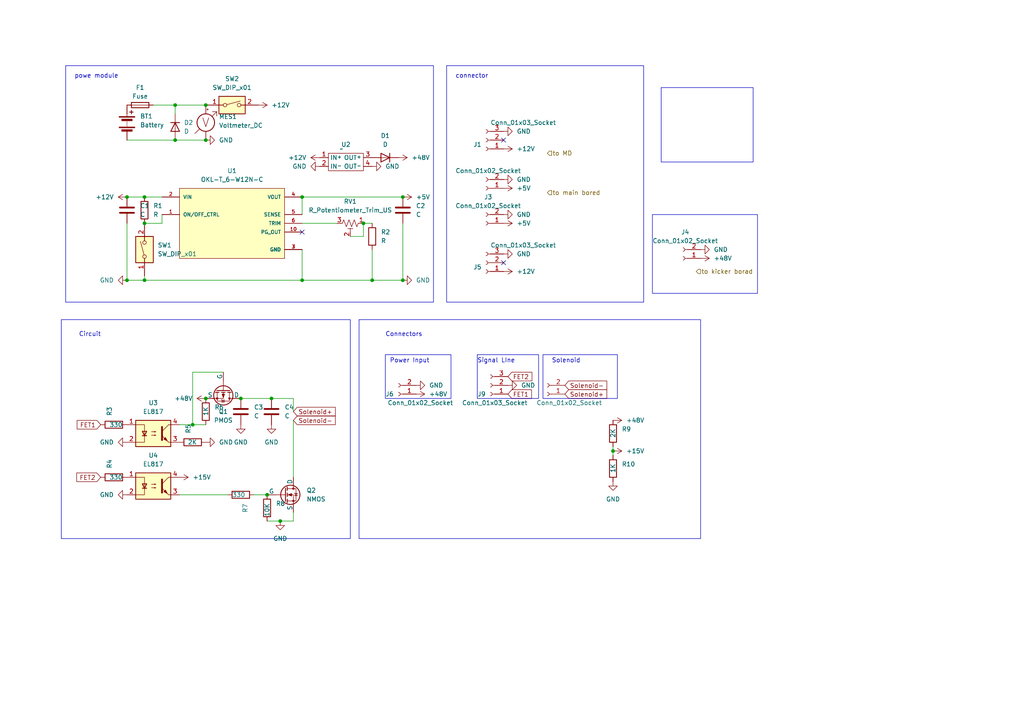
<source format=kicad_sch>
(kicad_sch (version 20230121) (generator eeschema)
  (paper "A4")
  (lib_symbols
    (symbol "Connector:Conn_01x02_Socket" (pin_names (offset 1.016) hide)
      (property "Reference" "J" (at 0 2.54 0))
      (property "Value" "Conn_01x02_Socket" (at 0 -5.08 0))
      (symbol "Conn_01x02_Socket_1_1"
        (arc (start 0 -2.032) (mid -0.5058 -2.54) (end 0 -3.048) (stroke (width 0.1524)))
        (polyline (pts (xy -1.27 -2.54) (xy -0.508 -2.54)) (stroke (width 0.1524)))
        (polyline (pts (xy -1.27 0) (xy -0.508 0)) (stroke (width 0.1524)))
        (arc (start 0 0.508) (mid -0.5058 0) (end 0 -0.508) (stroke (width 0.1524)))
        (pin passive line (at -5.08 0 0) (length 3.81) (name "Pin_1") (number "1"))
        (pin passive line (at -5.08 -2.54 0) (length 3.81) (name "Pin_2") (number "2"))
      )
    )
    (symbol "Connector:Conn_01x03_Socket" (pin_names (offset 1.016) hide)
      (property "Reference" "J" (at 0 5.08 0))
      (property "Value" "Conn_01x03_Socket" (at 0 -5.08 0))
      (symbol "Conn_01x03_Socket_1_1"
        (arc (start 0 -2.032) (mid -0.5058 -2.54) (end 0 -3.048) (stroke (width 0.1524)))
        (polyline (pts (xy -1.27 -2.54) (xy -0.508 -2.54)) (stroke (width 0.1524)))
        (polyline (pts (xy -1.27 0) (xy -0.508 0)) (stroke (width 0.1524)))
        (polyline (pts (xy -1.27 2.54) (xy -0.508 2.54)) (stroke (width 0.1524)))
        (arc (start 0 0.508) (mid -0.5058 0) (end 0 -0.508) (stroke (width 0.1524)))
        (arc (start 0 3.048) (mid -0.5058 2.54) (end 0 2.032) (stroke (width 0.1524)))
        (pin passive line (at -5.08 2.54 0) (length 3.81) (name "Pin_1") (number "1"))
        (pin passive line (at -5.08 0 0) (length 3.81) (name "Pin_2") (number "2"))
        (pin passive line (at -5.08 -2.54 0) (length 3.81) (name "Pin_3") (number "3"))
      )
    )
    (symbol "Device:Battery" (pin_numbers hide) (pin_names (offset 0) hide)
      (property "Reference" "BT" (at 2.54 2.54 0))
      (property "Value" "Battery" (at 2.54 0 0))
      (symbol "Battery_0_1"
        (rectangle (start -2.286 -1.27) (end 2.286 -1.524) (fill (type outline)))
        (rectangle (start -2.286 1.778) (end 2.286 1.524) (fill (type outline)))
        (rectangle (start -1.524 -2.032) (end 1.524 -2.54) (fill (type outline)))
        (rectangle (start -1.524 1.016) (end 1.524 0.508) (fill (type outline)))
        (polyline (pts (xy 0 -1.016) (xy 0 -0.762)))
        (polyline (pts (xy 0 -0.508) (xy 0 -0.254)))
        (polyline (pts (xy 0 0) (xy 0 0.254)))
        (polyline (pts (xy 0 1.778) (xy 0 2.54)))
        (polyline (pts (xy 0.762 3.048) (xy 1.778 3.048)) (stroke (width 0.254)))
        (polyline (pts (xy 1.27 3.556) (xy 1.27 2.54)) (stroke (width 0.254)))
      )
      (symbol "Battery_1_1"
        (pin passive line (at 0 5.08 270) (length 2.54) (name "+") (number "1"))
        (pin passive line (at 0 -5.08 90) (length 2.54) (name "-") (number "2"))
      )
    )
    (symbol "Device:C" (pin_numbers hide) (pin_names (offset 0.254))
      (property "Reference" "C" (at 0.635 2.54 0))
      (property "Value" "C" (at 0.635 -2.54 0))
      (symbol "C_0_1"
        (polyline (pts (xy -2.032 -0.762) (xy 2.032 -0.762)) (stroke (width 0.508)))
        (polyline (pts (xy -2.032 0.762) (xy 2.032 0.762)) (stroke (width 0.508)))
      )
      (symbol "C_1_1"
        (pin passive line (at 0 3.81 270) (length 2.794) (name "~") (number "1"))
        (pin passive line (at 0 -3.81 90) (length 2.794) (name "~") (number "2"))
      )
    )
    (symbol "Device:D" (pin_numbers hide) (pin_names (offset 1.016) hide)
      (property "Reference" "D" (at 0 2.54 0))
      (property "Value" "D" (at 0 -2.54 0))
      (symbol "D_0_1"
        (polyline (pts (xy -1.27 1.27) (xy -1.27 -1.27)) (stroke (width 0.254)))
        (polyline (pts (xy 1.27 0) (xy -1.27 0)))
        (polyline (pts (xy 1.27 1.27) (xy 1.27 -1.27) (xy -1.27 0) (xy 1.27 1.27)) (stroke (width 0.254)))
      )
      (symbol "D_1_1"
        (pin passive line (at -3.81 0 0) (length 2.54) (name "K") (number "1"))
        (pin passive line (at 3.81 0 180) (length 2.54) (name "A") (number "2"))
      )
    )
    (symbol "Device:Fuse" (pin_numbers hide) (pin_names (offset 0))
      (property "Reference" "F" (at 2.032 0 90))
      (property "Value" "Fuse" (at -1.905 0 90))
      (symbol "Fuse_0_1"
        (rectangle (start -0.762 -2.54) (end 0.762 2.54) (stroke (width 0.254)))
        (polyline (pts (xy 0 2.54) (xy 0 -2.54)))
      )
      (symbol "Fuse_1_1"
        (pin passive line (at 0 3.81 270) (length 1.27) (name "~") (number "1"))
        (pin passive line (at 0 -3.81 90) (length 1.27) (name "~") (number "2"))
      )
    )
    (symbol "Device:R" (pin_numbers hide) (pin_names (offset 0))
      (property "Reference" "R" (at 2.032 0 90))
      (property "Value" "R" (at 0 0 90))
      (symbol "R_0_1"
        (rectangle (start -1.016 -2.54) (end 1.016 2.54) (stroke (width 0.254)))
      )
      (symbol "R_1_1"
        (pin passive line (at 0 3.81 270) (length 1.27) (name "~") (number "1"))
        (pin passive line (at 0 -3.81 90) (length 1.27) (name "~") (number "2"))
      )
    )
    (symbol "Device:R_Potentiometer_Trim_US" (pin_names (offset 1.016) hide)
      (property "Reference" "RV" (at -4.445 0 90))
      (property "Value" "R_Potentiometer_Trim_US" (at -2.54 0 90))
      (symbol "R_Potentiometer_Trim_US_0_1"
        (polyline (pts (xy 0 -2.286) (xy 0 -2.54)))
        (polyline (pts (xy 0 2.286) (xy 0 2.54)))
        (polyline (pts (xy 1.524 0.762) (xy 1.524 -0.762)))
        (polyline (pts (xy 2.54 0) (xy 1.524 0)))
        (polyline (pts (xy 0 -0.762) (xy 1.016 -1.143) (xy 0 -1.524) (xy -1.016 -1.905) (xy 0 -2.286)))
        (polyline (pts (xy 0 0.762) (xy 1.016 0.381) (xy 0 0) (xy -1.016 -0.381) (xy 0 -0.762)))
        (polyline (pts (xy 0 2.286) (xy 1.016 1.905) (xy 0 1.524) (xy -1.016 1.143) (xy 0 0.762)))
      )
      (symbol "R_Potentiometer_Trim_US_1_1"
        (pin passive line (at 0 3.81 270) (length 1.27) (name "1") (number "1"))
        (pin passive line (at 3.81 0 180) (length 1.27) (name "2") (number "2"))
        (pin passive line (at 0 -3.81 90) (length 1.27) (name "3") (number "3"))
      )
    )
    (symbol "Device:Voltmeter_DC" (pin_numbers hide) (pin_names (offset 0.0254) hide)
      (property "Reference" "MES" (at -3.302 1.016 0))
      (property "Value" "Voltmeter_DC" (at -3.302 -0.762 0))
      (symbol "Voltmeter_DC_0_0"
        (polyline (pts (xy -3.175 -3.175) (xy -1.905 -1.905)))
        (polyline (pts (xy 1.905 1.905) (xy 3.175 3.175)))
        (polyline (pts (xy 1.905 3.175) (xy 3.175 3.175) (xy 3.175 1.905)))
        (text "V" (at 0 0 0) (effects (font (size 2.54 2.54))))
      )
      (symbol "Voltmeter_DC_0_1"
        (polyline (pts (xy 0.254 3.81) (xy 0.762 3.81)))
        (polyline (pts (xy 0.508 4.064) (xy 0.508 3.556)))
        (circle (center 0 0) (radius 2.54) (stroke (width 0.254)))
      )
      (symbol "Voltmeter_DC_1_1"
        (pin passive line (at 0 -5.08 90) (length 2.54) (name "-") (number "1"))
        (pin passive line (at 0 5.08 270) (length 2.54) (name "+") (number "2"))
      )
    )
    (symbol "Isolator:EL817" (pin_names (offset 1.016))
      (property "Reference" "U" (at -5.08 5.08 0))
      (property "Value" "EL817" (at 0 5.08 0))
      (symbol "EL817_0_1"
        (rectangle (start -5.08 3.81) (end 5.08 -3.81) (stroke (width 0.254)) (fill (type background)))
        (polyline (pts (xy -3.175 -0.635) (xy -1.905 -0.635)) (stroke (width 0.254)))
        (polyline (pts (xy 2.54 0.635) (xy 4.445 2.54)))
        (polyline (pts (xy 4.445 -2.54) (xy 2.54 -0.635)) (fill (type outline)))
        (polyline (pts (xy 4.445 -2.54) (xy 5.08 -2.54)))
        (polyline (pts (xy 4.445 2.54) (xy 5.08 2.54)))
        (polyline (pts (xy -5.08 2.54) (xy -2.54 2.54) (xy -2.54 -0.635)))
        (polyline (pts (xy -2.54 -0.635) (xy -2.54 -2.54) (xy -5.08 -2.54)))
        (polyline (pts (xy 2.54 1.905) (xy 2.54 -1.905) (xy 2.54 -1.905)) (stroke (width 0.508)))
        (polyline (pts (xy -2.54 -0.635) (xy -3.175 0.635) (xy -1.905 0.635) (xy -2.54 -0.635)) (stroke (width 0.254)))
        (polyline (pts (xy -0.508 -0.508) (xy 0.762 -0.508) (xy 0.381 -0.635) (xy 0.381 -0.381) (xy 0.762 -0.508)))
        (polyline (pts (xy -0.508 0.508) (xy 0.762 0.508) (xy 0.381 0.381) (xy 0.381 0.635) (xy 0.762 0.508)))
        (polyline (pts (xy 3.048 -1.651) (xy 3.556 -1.143) (xy 4.064 -2.159) (xy 3.048 -1.651) (xy 3.048 -1.651)) (fill (type outline)))
      )
      (symbol "EL817_1_1"
        (pin passive line (at -7.62 2.54 0) (length 2.54) (name "~") (number "1"))
        (pin passive line (at -7.62 -2.54 0) (length 2.54) (name "~") (number "2"))
        (pin passive line (at 7.62 -2.54 180) (length 2.54) (name "~") (number "3"))
        (pin passive line (at 7.62 2.54 180) (length 2.54) (name "~") (number "4"))
      )
    )
    (symbol "OKL-T_6-W12N-C:OKL-T_6-W12N-C" (pin_names (offset 1.016))
      (property "Reference" "U" (at -15.24 10.922 0))
      (property "Value" "OKL-T_6-W12N-C" (at -15.24 -12.7 0))
      (symbol "OKL-T_6-W12N-C_0_0"
        (rectangle (start -15.24 -10.16) (end 15.24 10.16) (stroke (width 0.1524)) (fill (type background)))
        (pin input line (at -20.32 2.54 0) (length 5.08) (name "ON/OFF_CTRL") (number "1"))
        (pin output line (at 20.32 -2.54 180) (length 5.08) (name "PG_OUT") (number "10"))
        (pin input line (at -20.32 7.62 0) (length 5.08) (name "VIN") (number "2"))
        (pin power_in line (at 20.32 -7.62 180) (length 5.08) (name "GND") (number "3"))
        (pin output line (at 20.32 7.62 180) (length 5.08) (name "VOUT") (number "4"))
        (pin input line (at 20.32 2.54 180) (length 5.08) (name "SENSE") (number "5"))
        (pin input line (at 20.32 0 180) (length 5.08) (name "TRIM") (number "6"))
        (pin power_in line (at 20.32 -7.62 180) (length 5.08) (name "GND") (number "7"))
      )
    )
    (symbol "Simulation_SPICE:NMOS" (pin_numbers hide) (pin_names (offset 0))
      (property "Reference" "Q" (at 5.08 1.27 0))
      (property "Value" "NMOS" (at 5.08 -1.27 0))
      (symbol "NMOS_0_1"
        (polyline (pts (xy 0.254 0) (xy -2.54 0)))
        (polyline (pts (xy 0.254 1.905) (xy 0.254 -1.905)) (stroke (width 0.254)))
        (polyline (pts (xy 0.762 -1.27) (xy 0.762 -2.286)) (stroke (width 0.254)))
        (polyline (pts (xy 0.762 0.508) (xy 0.762 -0.508)) (stroke (width 0.254)))
        (polyline (pts (xy 0.762 2.286) (xy 0.762 1.27)) (stroke (width 0.254)))
        (polyline (pts (xy 2.54 2.54) (xy 2.54 1.778)))
        (polyline (pts (xy 2.54 -2.54) (xy 2.54 0) (xy 0.762 0)))
        (polyline (pts (xy 0.762 -1.778) (xy 3.302 -1.778) (xy 3.302 1.778) (xy 0.762 1.778)))
        (polyline (pts (xy 1.016 0) (xy 2.032 0.381) (xy 2.032 -0.381) (xy 1.016 0)) (fill (type outline)))
        (polyline (pts (xy 2.794 0.508) (xy 2.921 0.381) (xy 3.683 0.381) (xy 3.81 0.254)))
        (polyline (pts (xy 3.302 0.381) (xy 2.921 -0.254) (xy 3.683 -0.254) (xy 3.302 0.381)))
        (circle (center 1.651 0) (radius 2.794) (stroke (width 0.254)))
        (circle (center 2.54 -1.778) (radius 0.254) (fill (type outline)))
        (circle (center 2.54 1.778) (radius 0.254) (fill (type outline)))
      )
      (symbol "NMOS_1_1"
        (pin passive line (at 2.54 5.08 270) (length 2.54) (name "D") (number "1"))
        (pin input line (at -5.08 0 0) (length 2.54) (name "G") (number "2"))
        (pin passive line (at 2.54 -5.08 90) (length 2.54) (name "S") (number "3"))
      )
    )
    (symbol "Simulation_SPICE:PMOS" (pin_numbers hide) (pin_names (offset 0))
      (property "Reference" "Q" (at 5.08 1.27 0))
      (property "Value" "PMOS" (at 5.08 -1.27 0))
      (symbol "PMOS_0_1"
        (polyline (pts (xy 0.254 0) (xy -2.54 0)))
        (polyline (pts (xy 0.254 1.905) (xy 0.254 -1.905)) (stroke (width 0.254)))
        (polyline (pts (xy 0.762 -1.27) (xy 0.762 -2.286)) (stroke (width 0.254)))
        (polyline (pts (xy 0.762 0.508) (xy 0.762 -0.508)) (stroke (width 0.254)))
        (polyline (pts (xy 0.762 2.286) (xy 0.762 1.27)) (stroke (width 0.254)))
        (polyline (pts (xy 2.54 2.54) (xy 2.54 1.778)))
        (polyline (pts (xy 2.54 -2.54) (xy 2.54 0) (xy 0.762 0)))
        (polyline (pts (xy 0.762 1.778) (xy 3.302 1.778) (xy 3.302 -1.778) (xy 0.762 -1.778)))
        (polyline (pts (xy 2.286 0) (xy 1.27 0.381) (xy 1.27 -0.381) (xy 2.286 0)) (fill (type outline)))
        (polyline (pts (xy 2.794 -0.508) (xy 2.921 -0.381) (xy 3.683 -0.381) (xy 3.81 -0.254)))
        (polyline (pts (xy 3.302 -0.381) (xy 2.921 0.254) (xy 3.683 0.254) (xy 3.302 -0.381)))
        (circle (center 1.651 0) (radius 2.794) (stroke (width 0.254)))
        (circle (center 2.54 -1.778) (radius 0.254) (fill (type outline)))
        (circle (center 2.54 1.778) (radius 0.254) (fill (type outline)))
      )
      (symbol "PMOS_1_1"
        (pin passive line (at 2.54 5.08 270) (length 2.54) (name "D") (number "1"))
        (pin input line (at -5.08 0 0) (length 2.54) (name "G") (number "2"))
        (pin passive line (at 2.54 -5.08 90) (length 2.54) (name "S") (number "3"))
      )
    )
    (symbol "Switch:SW_DIP_x01" (pin_names (offset 0) hide)
      (property "Reference" "SW" (at 0 3.81 0))
      (property "Value" "SW_DIP_x01" (at 0 -3.81 0))
      (symbol "SW_DIP_x01_0_0"
        (circle (center -2.032 0) (radius 0.508))
        (polyline (pts (xy -1.524 0.127) (xy 2.3622 1.1684)))
        (circle (center 2.032 0) (radius 0.508))
      )
      (symbol "SW_DIP_x01_0_1"
        (rectangle (start -3.81 2.54) (end 3.81 -2.54) (stroke (width 0.254)) (fill (type background)))
      )
      (symbol "SW_DIP_x01_1_1"
        (pin passive line (at -7.62 0 0) (length 5.08) (name "~") (number "1"))
        (pin passive line (at 7.62 0 180) (length 5.08) (name "~") (number "2"))
      )
    )
    (symbol "XL6009:XL6009"
      (property "Reference" "U" (at 0 0 0))
      (symbol "XL6009_0_1"
        (rectangle (start -3.81 -1.27) (end 6.35 -6.35))
      )
      (symbol "XL6009_1_1"
        (pin input line (at -6.35 -2.54 0) (length 2.54) (name "IN＋") (number "1"))
        (pin input line (at -6.35 -5.08 0) (length 2.54) (name "IN－") (number "2"))
        (pin input line (at 8.89 -2.54 180) (length 2.54) (name "OUT＋") (number "3"))
        (pin input line (at 8.89 -5.08 180) (length 2.54) (name "OUT－") (number "4"))
      )
    )
    (symbol "power:+12V" (power) (pin_names (offset 0))
      (property "Value" "+12V" (at 0 3.556 0))
      (symbol "+12V_0_1"
        (polyline (pts (xy -0.762 1.27) (xy 0 2.54)))
        (polyline (pts (xy 0 0) (xy 0 2.54)))
        (polyline (pts (xy 0 2.54) (xy 0.762 1.27)))
      )
      (symbol "+12V_1_1"
        (pin power_in line (at 0 0 90) (length 0) hide (name "+12V") (number "1"))
      )
    )
    (symbol "power:+15V" (power) (pin_names (offset 0))
      (property "Value" "+15V" (at 0 3.556 0))
      (symbol "+15V_0_1"
        (polyline (pts (xy -0.762 1.27) (xy 0 2.54)))
        (polyline (pts (xy 0 0) (xy 0 2.54)))
        (polyline (pts (xy 0 2.54) (xy 0.762 1.27)))
      )
      (symbol "+15V_1_1"
        (pin power_in line (at 0 0 90) (length 0) hide (name "+15V") (number "1"))
      )
    )
    (symbol "power:+48V" (power) (pin_names (offset 0))
      (property "Value" "+48V" (at 0 3.556 0))
      (symbol "+48V_0_1"
        (polyline (pts (xy -0.762 1.27) (xy 0 2.54)))
        (polyline (pts (xy 0 0) (xy 0 2.54)))
        (polyline (pts (xy 0 2.54) (xy 0.762 1.27)))
      )
      (symbol "+48V_1_1"
        (pin power_in line (at 0 0 90) (length 0) hide (name "+48V") (number "1"))
      )
    )
    (symbol "power:+5V" (power) (pin_names (offset 0))
      (property "Value" "+5V" (at 0 3.556 0))
      (symbol "+5V_0_1"
        (polyline (pts (xy -0.762 1.27) (xy 0 2.54)))
        (polyline (pts (xy 0 0) (xy 0 2.54)))
        (polyline (pts (xy 0 2.54) (xy 0.762 1.27)))
      )
      (symbol "+5V_1_1"
        (pin power_in line (at 0 0 90) (length 0) hide (name "+5V") (number "1"))
      )
    )
    (symbol "power:GND" (power) (pin_names (offset 0))
      (property "Value" "GND" (at 0 -3.81 0))
      (symbol "GND_0_1"
        (polyline (pts (xy 0 0) (xy 0 -1.27) (xy 1.27 -1.27) (xy 0 -2.54) (xy -1.27 -1.27) (xy 0 -1.27)))
      )
      (symbol "GND_1_1"
        (pin power_in line (at 0 0 270) (length 0) hide (name "GND") (number "1"))
      )
    )
  )
  (junction (at 87.63 81.28))
  (junction (at 177.8 130.81))
  (junction (at 41.91 57.15))
  (junction (at 116.84 81.28))
  (junction (at 116.84 57.15))
  (junction (at 36.83 81.28))
  (junction (at 107.95 81.28))
  (junction (at 81.28 151.13))
  (junction (at 59.69 40.64))
  (junction (at 105.41 64.77))
  (junction (at 77.47 143.51))
  (junction (at 69.85 115.57))
  (junction (at 36.83 57.15))
  (junction (at 78.74 115.57))
  (junction (at 59.69 30.48))
  (junction (at 50.8 40.64))
  (junction (at 41.91 64.77))
  (junction (at 41.91 81.28))
  (junction (at 87.63 57.15))
  (junction (at 50.8 30.48))
  (junction (at 55.88 123.19))
  (junction (at 59.69 115.57))
  (no_connect (at 146.05 76.2))
  (no_connect (at 87.63 67.31))
  (no_connect (at 146.05 40.64))
  (wire (pts (xy 55.88 123.19) (xy 55.88 107.95)))
  (wire (pts (xy 85.09 119.38) (xy 85.09 115.57)))
  (wire (pts (xy 52.07 143.51) (xy 66.04 143.51)))
  (wire (pts (xy 116.84 81.28) (xy 107.95 81.28)))
  (wire (pts (xy 107.95 64.77) (xy 105.41 64.77)))
  (wire (pts (xy 41.91 57.15) (xy 46.99 57.15)))
  (wire (pts (xy 87.63 64.77) (xy 97.79 64.77)))
  (wire (pts (xy 107.95 81.28) (xy 107.95 72.39)))
  (wire (pts (xy 55.88 123.19) (xy 59.69 123.19)))
  (wire (pts (xy 73.66 143.51) (xy 77.47 143.51)))
  (wire (pts (xy 50.8 30.48) (xy 59.69 30.48)))
  (wire (pts (xy 177.8 129.54) (xy 177.8 130.81)))
  (wire (pts (xy 41.91 81.28) (xy 41.91 80.01)))
  (wire (pts (xy 52.07 123.19) (xy 55.88 123.19)))
  (wire (pts (xy 36.83 57.15) (xy 41.91 57.15)))
  (wire (pts (xy 101.6 68.58) (xy 105.41 68.58)))
  (wire (pts (xy 36.83 40.64) (xy 50.8 40.64)))
  (wire (pts (xy 81.28 151.13) (xy 77.47 151.13)))
  (wire (pts (xy 87.63 72.39) (xy 87.63 81.28)))
  (wire (pts (xy 85.09 148.59) (xy 85.09 151.13)))
  (wire (pts (xy 85.09 138.43) (xy 85.09 121.92)))
  (wire (pts (xy 69.85 115.57) (xy 78.74 115.57)))
  (wire (pts (xy 105.41 68.58) (xy 105.41 64.77)))
  (wire (pts (xy 87.63 57.15) (xy 87.63 62.23)))
  (wire (pts (xy 50.8 40.64) (xy 59.69 40.64)))
  (wire (pts (xy 85.09 115.57) (xy 78.74 115.57)))
  (wire (pts (xy 116.84 64.77) (xy 116.84 81.28)))
  (wire (pts (xy 46.99 62.23) (xy 46.99 64.77)))
  (wire (pts (xy 46.99 64.77) (xy 41.91 64.77)))
  (wire (pts (xy 87.63 81.28) (xy 107.95 81.28)))
  (wire (pts (xy 177.8 130.81) (xy 177.8 132.08)))
  (wire (pts (xy 116.84 57.15) (xy 87.63 57.15)))
  (wire (pts (xy 50.8 30.48) (xy 44.45 30.48)))
  (wire (pts (xy 55.88 107.95) (xy 64.77 107.95)))
  (wire (pts (xy 36.83 64.77) (xy 36.83 81.28)))
  (wire (pts (xy 50.8 30.48) (xy 50.8 33.02)))
  (wire (pts (xy 81.28 151.13) (xy 85.09 151.13)))
  (wire (pts (xy 36.83 81.28) (xy 41.91 81.28)))
  (wire (pts (xy 87.63 81.28) (xy 41.91 81.28)))
  (rectangle (start 189.23 62.23) (end 219.71 85.09))
  (rectangle (start 138.43 102.87) (end 156.21 115.57))
  (rectangle (start 17.78 92.71) (end 101.6 156.21))
  (rectangle (start 191.77 25.4) (end 218.44 46.99))
  (rectangle (start 111.76 102.87) (end 130.81 115.57))
  (rectangle (start 157.48 102.87) (end 179.07 115.57))
  (rectangle (start 104.14 92.71) (end 203.2 156.21))
  (rectangle (start 129.54 19.05) (end 186.69 87.63))
  (rectangle (start 19.05 19.05) (end 125.73 87.63))
  (text "Signal LIne\n" (at 138.43 105.41 0) (effects (font (size 1.27 1.27)) (justify left bottom)))
  (text "Solenoid\n" (at 160.02 105.41 0) (effects (font (size 1.27 1.27)) (justify left bottom)))
  (text "powe module\n" (at 21.59 22.86 0) (effects (font (size 1.27 1.27)) (justify left bottom)))
  (text "connector\n" (at 132.08 22.86 0) (effects (font (size 1.27 1.27)) (justify left bottom)))
  (text "Connectors" (at 111.76 97.79 0) (effects (font (size 1.27 1.27)) (justify left bottom)))
  (text "Circuit\n" (at 22.86 97.79 0) (effects (font (size 1.27 1.27)) (justify left bottom)))
  (text "Power Input" (at 113.03 105.41 0) (effects (font (size 1.27 1.27)) (justify left bottom)))
  (global_label "FET1" (shape input) (at 147.32 114.3 0) (property "Intersheetrefs" "${INTERSHEET_REFS}" (effects hide)))
  (global_label "Solenoid+" (shape input) (at 163.83 114.3 0) (property "Intersheetrefs" "${INTERSHEET_REFS}" (effects hide)))
  (global_label "FET1" (shape input) (at 29.21 123.19 180) (property "Intersheetrefs" "${INTERSHEET_REFS}" (effects hide)))
  (global_label "FET２" (shape input) (at 29.21 138.43 180) (property "Intersheetrefs" "${INTERSHEET_REFS}" (effects hide)))
  (global_label "FET２" (shape input) (at 147.32 109.22 0) (property "Intersheetrefs" "${INTERSHEET_REFS}" (effects hide)))
  (global_label "Solenoid-" (shape input) (at 163.83 111.76 0) (property "Intersheetrefs" "${INTERSHEET_REFS}" (effects hide)))
  (global_label "Solenoid-" (shape input) (at 85.09 121.92 0) (property "Intersheetrefs" "${INTERSHEET_REFS}" (effects hide)))
  (global_label "Solenoid+" (shape input) (at 85.09 119.38 0) (property "Intersheetrefs" "${INTERSHEET_REFS}" (effects hide)))
  (hierarchical_label "to MD" (shape input) (at 158.75 44.45 0))
  (hierarchical_label "to kicker borad" (shape input) (at 201.93 78.74 0))
  (hierarchical_label "to main bored" (shape input) (at 158.75 55.88 0))
  (symbol (lib_id "power:+5V") (at 116.84 57.15 270) (unit 1)
    (property "Reference" "#PWR07" (effects hide))
    (property "Value" "+5V" (at 120.65 57.15 90) (effects (justify left)))
  )
  (symbol (lib_id "Simulation_SPICE:PMOS") (at 64.77 113.03 270) (unit 1)
    (property "Reference" "Q1" (at 64.77 119.38 90))
    (property "Value" "PMOS" (at 64.77 121.92 90))
    (property "Footprint" "K15A20D:K15A20D" (effects hide))
    (property "Datasheet" "https://ngspice.sourceforge.io/docs/ngspice-manual.pdf" (effects hide))
    (property "Sim.Device" "PMOS" (effects hide))
    (property "Sim.Type" "VDMOS" (effects hide))
    (property "Sim.Pins" "1=D 2=G 3=S" (effects hide))
  )
  (symbol (lib_id "Device:C") (at 69.85 119.38 0) (unit 1)
    (property "Reference" "C3" (at 73.66 118.11 0) (effects (justify left)))
    (property "Value" "C" (at 73.66 120.65 0) (effects (justify left)))
    (property "Footprint" "Connector_JST:JST_XH_B2B-XH-A_1x02_P2.50mm_Vertical" (effects hide))
  )
  (symbol (lib_id "power:+12V") (at 146.05 78.74 270) (unit 1)
    (property "Reference" "#PWR018" (effects hide))
    (property "Value" "+12V" (at 149.86 78.74 90) (effects (justify left)))
  )
  (symbol (lib_id "power:+15V") (at 52.07 138.43 270) (unit 1)
    (property "Reference" "#PWR021" (effects hide))
    (property "Value" "+15V" (at 55.88 138.43 90) (effects (justify left)))
  )
  (symbol (lib_id "power:GND") (at 146.05 38.1 90) (unit 1)
    (property "Reference" "#PWR09" (effects hide))
    (property "Value" "GND" (at 149.86 38.1 90) (effects (justify right)))
  )
  (symbol (lib_id "Connector:Conn_01x03_Socket") (at 142.24 111.76 180) (unit 1)
    (property "Reference" "J9" (at 139.7 114.3 0))
    (property "Value" "Conn_01x03_Socket" (at 143.51 116.84 0))
    (property "Footprint" "Connector_JST:JST_XH_S3B-XH-A_1x03_P2.50mm_Horizontal" (effects hide))
  )
  (symbol (lib_id "power:+5V") (at 146.05 54.61 270) (unit 1)
    (property "Reference" "#PWR012" (effects hide))
    (property "Value" "+5V" (at 149.86 54.61 90) (effects (justify left)))
  )
  (symbol (lib_id "Switch:SW_DIP_x01") (at 67.31 30.48 0) (unit 1)
    (property "Reference" "SW2" (at 67.31 22.86 0))
    (property "Value" "SW_DIP_x01" (at 67.31 25.4 0))
    (property "Footprint" "switch:DS-850k" (effects hide))
  )
  (symbol (lib_id "Device:R") (at 33.02 138.43 90) (unit 1)
    (property "Reference" "R4" (at 31.75 135.89 0) (effects (justify left)))
    (property "Value" "330" (at 35.56 138.43 90) (effects (justify left)))
    (property "Footprint" "Resistor_SMD:R_0805_2012Metric" (effects hide))
  )
  (symbol (lib_id "Device:Battery") (at 36.83 35.56 0) (unit 1)
    (property "Reference" "BT1" (at 40.64 33.7185 0) (effects (justify left)))
    (property "Value" "Battery" (at 40.64 36.2585 0) (effects (justify left)))
    (property "Footprint" "Connector_JST:JST_VH_B2P-VH_1x02_P3.96mm_Vertical" (effects hide))
  )
  (symbol (lib_id "power:+48V") (at 177.8 121.92 270) (unit 1)
    (property "Reference" "#PWR034" (effects hide))
    (property "Value" "+48V" (at 181.61 121.92 90) (effects (justify left)))
  )
  (symbol (lib_id "power:GND") (at 107.95 48.26 90) (unit 1)
    (property "Reference" "#PWR05" (effects hide))
    (property "Value" "GND" (at 111.76 48.26 90) (effects (justify right)))
  )
  (symbol (lib_id "XL6009:XL6009") (at 99.06 43.18 0) (unit 1)
    (property "Reference" "U2" (at 100.33 41.91 0))
    (property "Value" "~" (at 99.06 43.18 0))
    (property "Footprint" "XL6009:XL6009" (effects hide))
  )
  (symbol (lib_id "power:+48V") (at 115.57 45.72 270) (unit 1)
    (property "Reference" "#PWR06" (effects hide))
    (property "Value" "+48V" (at 119.38 45.72 90) (effects (justify left)))
  )
  (symbol (lib_id "Connector:Conn_01x02_Socket") (at 198.12 74.93 180) (unit 1)
    (property "Reference" "J4" (at 198.755 67.31 0))
    (property "Value" "Conn_01x02_Socket" (at 198.755 69.85 0))
    (property "Footprint" "Connector_JST:JST_VH_B2P-VH_1x02_P3.96mm_Vertical" (effects hide))
  )
  (symbol (lib_id "power:GND") (at 36.83 81.28 270) (unit 1)
    (property "Reference" "#PWR02" (effects hide))
    (property "Value" "GND" (at 33.02 81.28 90) (effects (justify right)))
  )
  (symbol (lib_id "Connector:Conn_01x02_Socket") (at 115.57 114.3 180) (unit 1)
    (property "Reference" "J6" (at 113.03 114.3 0))
    (property "Value" "Conn_01x02_Socket" (at 121.92 116.84 0))
    (property "Footprint" "Connector_JST:JST_VH_B2P-VH_1x02_P3.96mm_Vertical" (effects hide))
  )
  (symbol (lib_id "power:GND") (at 92.71 48.26 270) (unit 1)
    (property "Reference" "#PWR04" (effects hide))
    (property "Value" "GND" (at 88.9 48.26 90) (effects (justify right)))
  )
  (symbol (lib_id "power:+48V") (at 59.69 115.57 90) (unit 1)
    (property "Reference" "#PWR022" (effects hide))
    (property "Value" "+48V" (at 55.88 115.57 90) (effects (justify left)))
  )
  (symbol (lib_id "power:GND") (at 59.69 40.64 90) (unit 1)
    (property "Reference" "#PWR037" (effects hide))
    (property "Value" "GND" (at 63.5 40.64 90) (effects (justify right)))
  )
  (symbol (lib_id "power:GND") (at 116.84 81.28 90) (unit 1)
    (property "Reference" "#PWR08" (effects hide))
    (property "Value" "GND" (at 120.65 81.28 90) (effects (justify right)))
  )
  (symbol (lib_id "power:GND") (at 81.28 151.13 0) (unit 1)
    (property "Reference" "#PWR026" (effects hide))
    (property "Value" "GND" (at 81.28 156.21 0))
  )
  (symbol (lib_id "power:GND") (at 36.83 128.27 270) (unit 1)
    (property "Reference" "#PWR019" (effects hide))
    (property "Value" "GND" (at 33.02 128.27 90) (effects (justify right)))
  )
  (symbol (lib_id "Device:Fuse") (at 40.64 30.48 90) (unit 1)
    (property "Reference" "F1" (at 40.64 25.4 90))
    (property "Value" "Fuse" (at 40.64 27.94 90))
    (property "Footprint" "Fuse_Socket:fuse_socket" (effects hide))
  )
  (symbol (lib_id "Device:R") (at 41.91 60.96 0) (unit 1)
    (property "Reference" "R1" (at 44.45 59.69 0) (effects (justify left)))
    (property "Value" "R" (at 44.45 62.23 0) (effects (justify left)))
    (property "Footprint" "Resistor_THT:R_Axial_DIN0204_L3.6mm_D1.6mm_P5.08mm_Horizontal" (effects hide))
  )
  (symbol (lib_id "power:+12V") (at 74.93 30.48 270) (unit 1)
    (property "Reference" "#PWR038" (effects hide))
    (property "Value" "+12V" (at 78.74 30.48 90) (effects (justify left)))
  )
  (symbol (lib_id "Device:R") (at 33.02 123.19 90) (unit 1)
    (property "Reference" "R3" (at 31.75 120.65 0) (effects (justify left)))
    (property "Value" "330" (at 35.56 123.19 90) (effects (justify left)))
    (property "Footprint" "Resistor_SMD:R_0805_2012Metric" (effects hide))
  )
  (symbol (lib_id "Device:D") (at 50.8 36.83 270) (unit 1)
    (property "Reference" "D2" (at 53.34 35.56 90) (effects (justify left)))
    (property "Value" "D" (at 53.34 38.1 90) (effects (justify left)))
    (property "Footprint" "Diode_THT:D_DO-15_P10.16mm_Horizontal" (effects hide))
    (property "Sim.Device" "D" (effects hide))
    (property "Sim.Pins" "1=K 2=A" (effects hide))
  )
  (symbol (lib_id "power:GND") (at 177.8 139.7 0) (unit 1)
    (property "Reference" "#PWR036" (effects hide))
    (property "Value" "GND" (at 177.8 144.78 0))
  )
  (symbol (lib_id "Device:R") (at 69.85 143.51 270) (unit 1)
    (property "Reference" "R7" (at 71.12 146.05 0) (effects (justify left)))
    (property "Value" "330" (at 67.31 143.51 90) (effects (justify left)))
    (property "Footprint" "Resistor_SMD:R_0805_2012Metric" (effects hide))
  )
  (symbol (lib_id "OKL-T_6-W12N-C:OKL-T_6-W12N-C") (at 67.31 64.77 0) (unit 1)
    (property "Reference" "U1" (at 67.31 49.53 0))
    (property "Value" "OKL-T_6-W12N-C" (at 67.31 52.07 0))
    (property "Footprint" "OKL-T_6-W12N-C:DCDC-murata-6A" (effects hide))
  )
  (symbol (lib_id "Switch:SW_DIP_x01") (at 41.91 72.39 90) (unit 1)
    (property "Reference" "SW1" (at 45.72 71.12 90) (effects (justify right)))
    (property "Value" "SW_DIP_x01" (at 45.72 73.66 90) (effects (justify right)))
    (property "Footprint" "Connector_JST:JST_XH_B3B-XH-A_1x03_P2.50mm_Vertical" (effects hide))
  )
  (symbol (lib_id "Connector:Conn_01x02_Socket") (at 140.97 64.77 180) (unit 1)
    (property "Reference" "J3" (at 141.605 57.15 0))
    (property "Value" "Conn_01x02_Socket" (at 141.605 59.69 0))
    (property "Footprint" "Connector_JST:JST_XH_S2B-XH-A_1x02_P2.50mm_Horizontal" (effects hide))
  )
  (symbol (lib_id "power:GND") (at 59.69 128.27 90) (unit 1)
    (property "Reference" "#PWR023" (effects hide))
    (property "Value" "GND" (at 63.5 128.27 90) (effects (justify right)))
  )
  (symbol (lib_id "power:+12V") (at 92.71 45.72 90) (unit 1)
    (property "Reference" "#PWR03" (effects hide))
    (property "Value" "+12V" (at 88.9 45.72 90) (effects (justify left)))
  )
  (symbol (lib_id "power:+48V") (at 120.65 114.3 270) (unit 1)
    (property "Reference" "#PWR028" (effects hide))
    (property "Value" "+48V" (at 124.46 114.3 90) (effects (justify left)))
  )
  (symbol (lib_id "Isolator:EL817") (at 44.45 125.73 0) (unit 1)
    (property "Reference" "U3" (at 44.45 116.84 0))
    (property "Value" "EL817" (at 44.45 119.38 0))
    (property "Footprint" "Package_DIP:DIP-4_W7.62mm" (effects hide))
    (property "Datasheet" "http://www.everlight.com/file/ProductFile/EL817.pdf" (effects hide))
  )
  (symbol (lib_id "power:+48V") (at 203.2 74.93 270) (unit 1)
    (property "Reference" "#PWR016" (effects hide))
    (property "Value" "+48V" (at 207.01 74.93 90) (effects (justify left)))
  )
  (symbol (lib_id "Device:R") (at 107.95 68.58 0) (unit 1)
    (property "Reference" "R2" (at 110.49 67.31 0) (effects (justify left)))
    (property "Value" "R" (at 110.49 69.85 0) (effects (justify left)))
    (property "Footprint" "Resistor_THT:R_Axial_DIN0204_L3.6mm_D1.6mm_P5.08mm_Horizontal" (effects hide))
  )
  (symbol (lib_id "Device:R") (at 55.88 128.27 90) (unit 1)
    (property "Reference" "R5" (at 54.61 125.73 0) (effects (justify left)))
    (property "Value" "2K" (at 57.15 128.27 90) (effects (justify left)))
    (property "Footprint" "Resistor_SMD:R_0805_2012Metric" (effects hide))
  )
  (symbol (lib_id "Device:R") (at 77.47 147.32 0) (unit 1)
    (property "Reference" "R8" (at 80.01 146.05 0) (effects (justify left)))
    (property "Value" "10K" (at 77.47 149.86 90) (effects (justify left)))
    (property "Footprint" "Resistor_SMD:R_0805_2012Metric" (effects hide))
  )
  (symbol (lib_id "Connector:Conn_01x03_Socket") (at 140.97 76.2 180) (unit 1)
    (property "Reference" "J5" (at 139.7 77.47 0) (effects (justify left)))
    (property "Value" "Conn_01x03_Socket" (at 161.29 71.12 0) (effects (justify left)))
    (property "Footprint" "Connector_JST:JST_XH_S3B-XH-A_1x03_P2.50mm_Horizontal" (effects hide))
  )
  (symbol (lib_id "Connector:Conn_01x02_Socket") (at 140.97 54.61 180) (unit 1)
    (property "Reference" "J2" (effects hide))
    (property "Value" "Conn_01x02_Socket" (at 141.605 49.53 0))
    (property "Footprint" "Connector_JST:JST_XH_S2B-XH-A_1x02_P2.50mm_Horizontal" (effects hide))
  )
  (symbol (lib_id "Device:D") (at 111.76 45.72 180) (unit 1)
    (property "Reference" "D1" (at 111.76 39.37 0))
    (property "Value" "D" (at 111.76 41.91 0))
    (property "Footprint" "Diode_THT:D_DO-15_P10.16mm_Horizontal" (effects hide))
    (property "Sim.Device" "D" (effects hide))
    (property "Sim.Pins" "1=K 2=A" (effects hide))
  )
  (symbol (lib_id "Device:R") (at 59.69 119.38 0) (unit 1)
    (property "Reference" "R6" (at 62.23 118.11 0) (effects (justify left)))
    (property "Value" "1K" (at 59.69 120.65 90) (effects (justify left)))
    (property "Footprint" "Resistor_SMD:R_0805_2012Metric" (effects hide))
  )
  (symbol (lib_id "power:GND") (at 69.85 123.19 0) (unit 1)
    (property "Reference" "#PWR024" (effects hide))
    (property "Value" "GND" (at 69.85 128.27 0))
  )
  (symbol (lib_id "power:GND") (at 146.05 73.66 90) (unit 1)
    (property "Reference" "#PWR017" (effects hide))
    (property "Value" "GND" (at 149.86 73.66 90) (effects (justify right)))
  )
  (symbol (lib_id "Device:C") (at 116.84 60.96 0) (unit 1)
    (property "Reference" "C2" (at 120.65 59.69 0) (effects (justify left)))
    (property "Value" "C" (at 120.65 62.23 0) (effects (justify left)))
    (property "Footprint" "Capacitor_THT:C_Disc_D3.8mm_W2.6mm_P2.50mm" (effects hide))
  )
  (symbol (lib_id "power:GND") (at 36.83 143.51 270) (unit 1)
    (property "Reference" "#PWR020" (effects hide))
    (property "Value" "GND" (at 33.02 143.51 90) (effects (justify right)))
  )
  (symbol (lib_id "power:+12V") (at 36.83 57.15 90) (unit 1)
    (property "Reference" "#PWR01" (effects hide))
    (property "Value" "+12V" (at 33.02 57.15 90) (effects (justify left)))
  )
  (symbol (lib_id "power:+5V") (at 146.05 64.77 270) (unit 1)
    (property "Reference" "#PWR014" (effects hide))
    (property "Value" "+5V" (at 149.86 64.77 90) (effects (justify left)))
  )
  (symbol (lib_id "power:GND") (at 146.05 62.23 90) (unit 1)
    (property "Reference" "#PWR013" (effects hide))
    (property "Value" "GND" (at 149.86 62.23 90) (effects (justify right)))
  )
  (symbol (lib_id "Connector:Conn_01x03_Socket") (at 140.97 40.64 180) (unit 1)
    (property "Reference" "J1" (at 139.7 41.91 0) (effects (justify left)))
    (property "Value" "Conn_01x03_Socket" (at 161.29 35.56 0) (effects (justify left)))
    (property "Footprint" "Connector_JST:JST_XH_S3B-XH-A_1x03_P2.50mm_Horizontal" (effects hide))
  )
  (symbol (lib_id "power:GND") (at 147.32 111.76 90) (unit 1)
    (property "Reference" "#PWR031" (effects hide))
    (property "Value" "GND" (at 151.13 111.76 90) (effects (justify right)))
  )
  (symbol (lib_id "power:GND") (at 146.05 52.07 90) (unit 1)
    (property "Reference" "#PWR011" (effects hide))
    (property "Value" "GND" (at 149.86 52.07 90) (effects (justify right)))
  )
  (symbol (lib_id "power:GND") (at 203.2 72.39 90) (unit 1)
    (property "Reference" "#PWR015" (effects hide))
    (property "Value" "GND" (at 207.01 72.39 90) (effects (justify right)))
  )
  (symbol (lib_id "power:GND") (at 120.65 111.76 90) (unit 1)
    (property "Reference" "#PWR027" (effects hide))
    (property "Value" "GND" (at 124.46 111.76 90) (effects (justify right)))
  )
  (symbol (lib_id "Device:R_Potentiometer_Trim_US") (at 101.6 64.77 270) (unit 1)
    (property "Reference" "RV1" (at 101.6 58.42 90))
    (property "Value" "R_Potentiometer_Trim_US" (at 101.6 60.96 90))
    (property "Footprint" "Potentiometer_THT:Potentiometer_Bourns_3296W_Vertical" (effects hide))
  )
  (symbol (lib_id "Connector:Conn_01x02_Socket") (at 158.75 114.3 180) (unit 1)
    (property "Reference" "J11" (effects hide))
    (property "Value" "Conn_01x02_Socket" (at 165.1 116.84 0))
    (property "Footprint" "Connector_JST:JST_XH_B2B-XH-A_1x02_P2.50mm_Vertical" (effects hide))
  )
  (symbol (lib_id "Device:R") (at 177.8 135.89 0) (unit 1)
    (property "Reference" "R10" (at 180.34 134.62 0) (effects (justify left)))
    (property "Value" "1K" (at 177.8 137.16 90) (effects (justify left)))
    (property "Footprint" "Resistor_SMD:R_0805_2012Metric" (effects hide))
  )
  (symbol (lib_id "Simulation_SPICE:NMOS") (at 82.55 143.51 0) (unit 1)
    (property "Reference" "Q2" (at 88.9 142.24 0) (effects (justify left)))
    (property "Value" "NMOS" (at 88.9 144.78 0) (effects (justify left)))
    (property "Footprint" "K15A20D:K15A20D" (effects hide))
    (property "Datasheet" "https://ngspice.sourceforge.io/docs/ngspice-manual.pdf" (effects hide))
    (property "Sim.Device" "NMOS" (effects hide))
    (property "Sim.Type" "VDMOS" (effects hide))
    (property "Sim.Pins" "1=D 2=G 3=S" (effects hide))
  )
  (symbol (lib_id "power:GND") (at 78.74 123.19 0) (unit 1)
    (property "Reference" "#PWR025" (effects hide))
    (property "Value" "GND" (at 78.74 128.27 0))
  )
  (symbol (lib_id "power:+15V") (at 177.8 130.81 270) (unit 1)
    (property "Reference" "#PWR035" (effects hide))
    (property "Value" "+15V" (at 181.61 130.81 90) (effects (justify left)))
  )
  (symbol (lib_id "Device:Voltmeter_DC") (at 59.69 35.56 0) (unit 1)
    (property "Reference" "MES1" (at 63.5 33.8455 0) (effects (justify left)))
    (property "Value" "Voltmeter_DC" (at 63.5 36.3855 0) (effects (justify left)))
    (property "Footprint" "Voltage_Counter:voltage_counter" (effects hide))
  )
  (symbol (lib_id "Device:C") (at 36.83 60.96 0) (unit 1)
    (property "Reference" "C1" (at 40.64 59.69 0) (effects (justify left)))
    (property "Value" "C" (at 40.64 62.23 0) (effects (justify left)))
    (property "Footprint" "Capacitor_THT:C_Disc_D3.8mm_W2.6mm_P2.50mm" (effects hide))
  )
  (symbol (lib_id "power:+12V") (at 146.05 43.18 270) (unit 1)
    (property "Reference" "#PWR010" (effects hide))
    (property "Value" "+12V" (at 149.86 43.18 90) (effects (justify left)))
  )
  (symbol (lib_id "Isolator:EL817") (at 44.45 140.97 0) (unit 1)
    (property "Reference" "U4" (at 44.45 132.08 0))
    (property "Value" "EL817" (at 44.45 134.62 0))
    (property "Footprint" "Package_DIP:DIP-4_W7.62mm" (effects hide))
    (property "Datasheet" "http://www.everlight.com/file/ProductFile/EL817.pdf" (effects hide))
  )
  (symbol (lib_id "Device:C") (at 78.74 119.38 0) (unit 1)
    (property "Reference" "C4" (at 82.55 118.11 0) (effects (justify left)))
    (property "Value" "C" (at 82.55 120.65 0) (effects (justify left)))
    (property "Footprint" "Connector_JST:JST_XH_B2B-XH-A_1x02_P2.50mm_Vertical" (effects hide))
  )
  (symbol (lib_id "Device:R") (at 177.8 125.73 0) (unit 1)
    (property "Reference" "R9" (at 180.34 124.46 0) (effects (justify left)))
    (property "Value" "2K" (at 177.8 127 90) (effects (justify left)))
    (property "Footprint" "Resistor_SMD:R_0805_2012Metric" (effects hide))
  )
)
</source>
